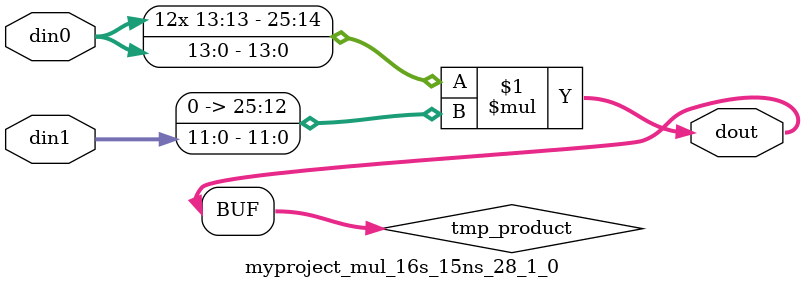
<source format=v>

`timescale 1 ns / 1 ps

  module myproject_mul_16s_15ns_28_1_0(din0, din1, dout);
parameter ID = 1;
parameter NUM_STAGE = 0;
parameter din0_WIDTH = 14;
parameter din1_WIDTH = 12;
parameter dout_WIDTH = 26;

input [din0_WIDTH - 1 : 0] din0; 
input [din1_WIDTH - 1 : 0] din1; 
output [dout_WIDTH - 1 : 0] dout;

wire signed [dout_WIDTH - 1 : 0] tmp_product;












assign tmp_product = $signed(din0) * $signed({1'b0, din1});









assign dout = tmp_product;







endmodule

</source>
